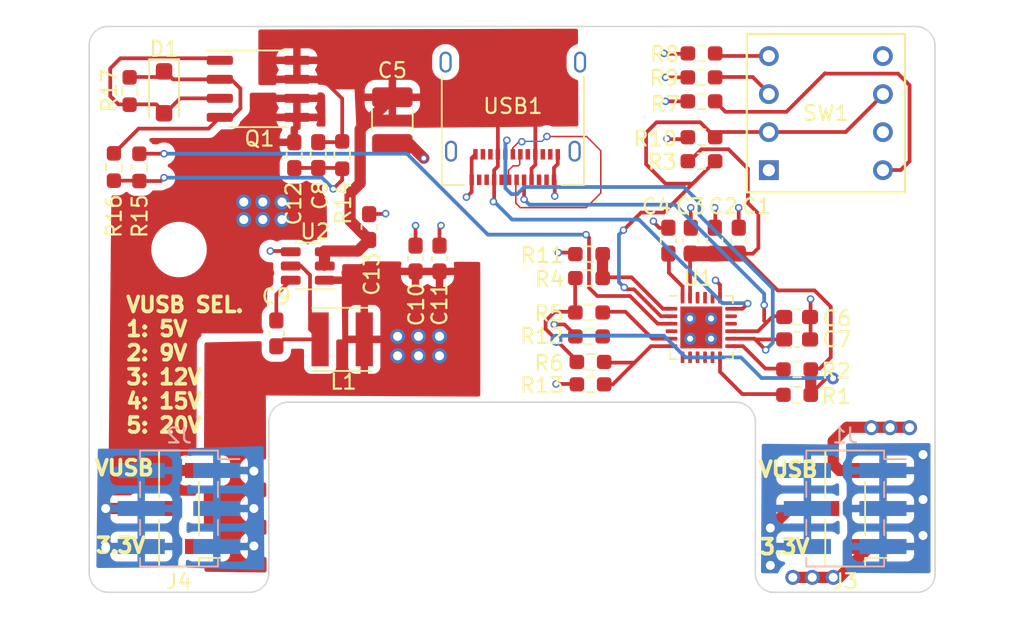
<source format=kicad_pcb>
(kicad_pcb (version 20221018) (generator pcbnew)
  (layers (0 "F.Cu" signal) (1 "In1.Cu" signal) (2 "In2.Cu" signal) (31 "B.Cu" signal) (34 "B.Paste" user) (35 "F.Paste" user) (36 "B.SilkS" user "B.Silkscreen") (37 "F.SilkS" user "F.Silkscreen") (38 "B.Mask" user) (39 "F.Mask" user) (44 "Edge.Cuts" user))
  (net 0 "")
  (net 1 "/RAIL_1")
  (net 2 "/RAIL_2")
  (net 3 "Net-(SW1-2)")
  (net 4 "Net-(SW1-3)")
  (net 5 "Net-(SW1-4)")
  (net 9 "/3V3")
  (net 12 "GND")
  (net 13 "/CC1")
  (net 14 "/CC2")
  (net 15 "/VCCD")
  (net 21 "Net-(C12-Pad1)")
  (net 22 "/DC_OUTPUT")
  (net 23 "VBUS")
  (net 27 "Net-(D1-K)")
  (net 28 "Net-(D1-A)")
  (net 29 "/HPI_SDA")
  (net 30 "/HPI_SCL")
  (net 31 "/VBUS_MIN")
  (net 32 "/ISNK_COARSE")
  (net 33 "/ISNK_FINE")
  (net 34 "/VBUS_FET_EN")
  (net 35 "/VBUS_MAX")
  (net 36 "/SAFE_PWR_EN")
  (net 37 "/HPI_INT")
  (net 38 "/GPIO_1")
  (net 39 "/FAULT")
  (net 40 "/FLIP")
  (net 41 "/VDC_OUT")
  (net 46 "/VSS")
  (net 47 "/D+")
  (net 48 "/D-")
  (net 49 "Net-(U2-SW)")
  (net 50 "Net-(U2-BST)")
  (net 51 "/3V3_OUT")
  (footprint "Capacitor_SMD:C_0603_1608Metric_Pad1.08x0.95mm_HandSolder" (layer "F.Cu") (at 99.4 116.5 90)
    (fp_text reference "C11")
    (fp_text value "22uF")
  )
  (footprint "Resistor_SMD:R_0603_1608Metric_Pad0.98x0.95mm_HandSolder" (layer "F.Cu") (at 109.4875 123.40625)
    (fp_text reference "R6")
    (fp_text value "5k")
  )
  (footprint "Resistor_SMD:R_0603_1608Metric_Pad0.98x0.95mm_HandSolder" (layer "F.Cu") (at 109.3875 120.10625)
    (fp_text reference "R5")
    (fp_text value "5k")
  )
  (footprint "Package_DFN_QFN:QFN-24-1EP_4x4mm_P0.5mm_EP2.8x2.8mm" (layer "F.Cu") (at 116.8875 121.10625)
    (fp_text reference "U1")
    (fp_text value "CYPD3177-24LQXQT")
  )
  (footprint "Resistor_SMD:R_0603_1608Metric_Pad0.98x0.95mm_HandSolder" (layer "F.Cu") (at 79.35 110.4125 90)
    (fp_text reference "R15")
    (fp_text value "1k")
  )
  (footprint "Package_TO_SOT_SMD:TSOT-23-6" (layer "F.Cu") (at 90.6 117 180)
    (fp_text reference "U2")
    (fp_text value "AP63203WU")
  )
  (footprint "MountingHole:MountingHole_3.2mm_M3" (layer "F.Cu") (at 82 115.9)
    (fp_text reference "H2" hide)
    (fp_text value "MountingHole")
  )
  (footprint "Resistor_SMD:R_0603_1608Metric_Pad0.98x0.95mm_HandSolder" (layer "F.Cu") (at 109.4875 124.90625 180)
    (fp_text reference "R13")
    (fp_text value "10k")
  )
  (footprint "Capacitor_SMD:C_0603_1608Metric_Pad1.08x0.95mm_HandSolder" (layer "F.Cu") (at 119.3875 115.30625 90)
    (fp_text reference "C1")
    (fp_text value "0.1uF")
  )
  (footprint "Resistor_SMD:R_0603_1608Metric_Pad0.98x0.95mm_HandSolder" (layer "F.Cu") (at 116.9 106)
    (fp_text reference "R7")
    (fp_text value "5k")
  )
  (footprint "Resistor_SMD:R_0603_1608Metric_Pad0.98x0.95mm_HandSolder" (layer "F.Cu") (at 116.9 104.4)
    (fp_text reference "R9")
    (fp_text value "1k")
  )
  (footprint "Capacitor_SMD:C_0603_1608Metric_Pad1.08x0.95mm_HandSolder" (layer "F.Cu") (at 114.6875 115.30625 90)
    (fp_text reference "C4")
    (fp_text value "C")
  )
  (footprint "Resistor_SMD:R_0603_1608Metric_Pad0.98x0.95mm_HandSolder" (layer "F.Cu") (at 78.7 105.3125 -90)
    (fp_text reference "R17")
    (fp_text value "49.9k")
  )
  (footprint "Capacitor_SMD:C_0603_1608Metric_Pad1.08x0.95mm_HandSolder" (layer "F.Cu") (at 91.3 109.59 -90)
    (fp_text reference "C8")
    (fp_text value "1uF")
  )
  (footprint "Connector_PinHeader_2.54mm:PinHeader_1x03_P2.54mm_Vertical_SMD_Pin1Left" (layer "F.Cu") (at 82 133.2 180)
    (fp_text reference "J4")
    (fp_text value "~")
  )
  (footprint "Resistor_SMD:R_0603_1608Metric_Pad0.98x0.95mm_HandSolder" (layer "F.Cu") (at 123.2875 123.90625 180)
    (fp_text reference "R2")
    (fp_text value "2K")
  )
  (footprint "Package_SO:SO-8_3.9x4.9mm_P1.27mm" (layer "F.Cu") (at 87.3 105.165)
    (fp_text reference "Q1")
    (fp_text value "IRF9358TRPBF")
  )
  (footprint "Capacitor_SMD:C_0603_1608Metric_Pad1.08x0.95mm_HandSolder" (layer "F.Cu") (at 117.7875 115.30625 90)
    (fp_text reference "C2")
    (fp_text value "0.1uF")
  )
  (footprint "Project footprints:SS-10-15SP-LE_NDC" (layer "F.Cu") (at 121.4 110.6)
    (fp_text reference "SW1")
    (fp_text value "SS-10-15SP-LE")
  )
  (footprint "Resistor_SMD:R_0603_1608Metric_Pad0.98x0.95mm_HandSolder" (layer "F.Cu") (at 116.9 108.4 180)
    (fp_text reference "R10")
    (fp_text value "DNP")
  )
  (footprint "Resistor_SMD:R_0603_1608Metric_Pad0.98x0.95mm_HandSolder" (layer "F.Cu") (at 109.3875 121.70625 180)
    (fp_text reference "R12")
    (fp_text value "10k")
  )
  (footprint "Capacitor_SMD:C_0603_1608Metric_Pad1.08x0.95mm_HandSolder" (layer "F.Cu") (at 94.7 114.4 -90)
    (fp_text reference "C13")
    (fp_text value "10uF")
  )
  (footprint "Inductor_SMD:L_Vishay_IFSC-1515AH_4x4x1.8mm" (layer "F.Cu") (at 92.9 121.9)
    (fp_text reference "L1")
    (fp_text value "4.7uH")
  )
  (footprint "Resistor_SMD:R_0603_1608Metric_Pad0.98x0.95mm_HandSolder" (layer "F.Cu") (at 77.65 110.3875 90)
    (fp_text reference "R16")
    (fp_text value "0")
  )
  (footprint "Capacitor_SMD:C_0603_1608Metric_Pad1.08x0.95mm_HandSolder" (layer "F.Cu") (at 88.5 121.5 90)
    (fp_text reference "C9")
    (fp_text value "0.1uF")
  )
  (footprint "Connector_PinHeader_2.54mm:PinHeader_1x03_P2.54mm_Vertical_SMD_Pin1Left" (layer "F.Cu") (at 126.5 133.2 180)
    (fp_text reference "J3")
    (fp_text value "~")
  )
  (footprint "Resistor_SMD:R_0603_1608Metric_Pad0.98x0.95mm_HandSolder" (layer "F.Cu") (at 123.2875 125.60625 180)
    (fp_text reference "R1")
    (fp_text value "2K")
  )
  (footprint "Capacitor_SMD:C_0603_1608Metric_Pad1.08x0.95mm_HandSolder" (layer "F.Cu") (at 123.2875 121.90625)
    (fp_text reference "C7")
    (fp_text value "390pF")
  )
  (footprint "Capacitor_SMD:C_0603_1608Metric_Pad1.08x0.95mm_HandSolder" (layer "F.Cu") (at 89.7 109.6 90)
    (fp_text reference "C12")
    (fp_text value "1uF")
  )
  (footprint "Resistor_SMD:R_0603_1608Metric_Pad0.98x0.95mm_HandSolder" (layer "F.Cu") (at 92.9 109.59 -90)
    (fp_text reference "R14")
    (fp_text value "10k")
  )
  (footprint "Capacitor_SMD:C_0603_1608Metric_Pad1.08x0.95mm_HandSolder" (layer "F.Cu") (at 123.2875 120.40625)
    (fp_text reference "C6")
    (fp_text value "390pF")
  )
  (footprint "Resistor_SMD:R_0603_1608Metric_Pad0.98x0.95mm_HandSolder" (layer "F.Cu") (at 109.3875 117.80625)
    (fp_text reference "R4")
    (fp_text value "DNP")
  )
  (footprint "Capacitor_SMD:C_1210_3225Metric_Pad1.33x2.70mm_HandSolder" (layer "F.Cu") (at 96.25 107.29 -90)
    (fp_text reference "C5")
    (fp_text value "3.3uF")
  )
  (footprint "Diode_SMD:D_SOD-123F" (layer "F.Cu") (at 81 105.4 -90)
    (fp_text reference "D1")
    (fp_text value "D_Zener")
  )
  (footprint "MountingHole:MountingHole_3.2mm_M3" (layer "F.Cu") (at 125.5 115.9)
    (fp_text reference "H1" hide)
    (fp_text value "MountingHole")
  )
  (footprint "Resistor_SMD:R_0603_1608Metric_Pad0.98x0.95mm_HandSolder" (layer "F.Cu") (at 116.9 110)
    (fp_text reference "R3")
    (fp_text value "5k")
  )
  (footprint "Connector_USB:USB_C_Receptacle_Amphenol_12401610E4-2A" (layer "F.Cu") (at 104.3 106.22 180)
    (fp_text reference "USB1")
    (fp_text value "USB_C_Receptacle")
  )
  (footprint "Resistor_SMD:R_0603_1608Metric_Pad0.98x0.95mm_HandSolder" (layer "F.Cu") (at 116.9 102.8)
    (fp_text reference "R8")
    (fp_text value "2.4k")
  )
  (footprint "Capacitor_SMD:C_0603_1608Metric_Pad1.08x0.95mm_HandSolder" (layer "F.Cu") (at 97.8 116.5 90)
    (fp_text reference "C10")
    (fp_text value "22uF")
  )
  (footprint "Resistor_SMD:R_0603_1608Metric_Pad0.98x0.95mm_HandSolder" (layer "F.Cu") (at 109.3875 116.20625 180)
    (fp_text reference "R11")
    (fp_text value "X")
  )
  (footprint "Capacitor_SMD:C_0603_1608Metric_Pad1.08x0.95mm_HandSolder" (layer "F.Cu") (at 116.1875 115.30625 90)
    (fp_text reference "C3")
    (fp_text value "1uF")
  )
  (footprint "Connector_PinHeader_2.54mm:PinHeader_2x03_P2.54mm_Vertical_SMD" (layer "B.Cu") (at 82 133.2 180)
    (fp_text reference "J2")
    (fp_text value "Conn_02x02_Counter_Clockwise")
  )
  (footprint "Connector_PinHeader_2.54mm:PinHeader_2x03_P2.54mm_Vertical_SMD" (layer "B.Cu") (at 126.5 133.2 180)
    (fp_text reference "J1")
    (fp_text value "Conn_02x02_Counter_Clockwise")
  )
  (gr_arc (start 119.2 126.1) (mid 120.116245 126.483754) (end 120.5 127.4) (stroke (width 0.1)) (layer "Edge.Cuts"))
  (gr_line (start 119.2 126.1) (end 89.3 126.1) (stroke (width 0.1)) (layer "Edge.Cuts"))
  (gr_arc (start 77.3 138.8) (mid 76.380762 138.419239) (end 76 137.5) (stroke (width 0.1)) (layer "Edge.Cuts"))
  (gr_line (start 120.5 137.5) (end 120.5 127.4) (stroke (width 0.1)) (layer "Edge.Cuts"))
  (gr_arc (start 88 127.4) (mid 88.380761 126.480762) (end 89.3 126.1) (stroke (width 0.1)) (layer "Edge.Cuts"))
  (gr_line (start 76 137.5) (end 76 102.3) (stroke (width 0.1)) (layer "Edge.Cuts"))
  (gr_line (start 132.5 102.3) (end 132.5 137.6) (stroke (width 0.1)) (layer "Edge.Cuts"))
  (gr_arc (start 132.5 137.6) (mid 132.148528 138.448528) (end 131.3 138.8) (stroke (width 0.1)) (layer "Edge.Cuts"))
  (gr_arc (start 121.7 138.8) (mid 120.830761 138.398528) (end 120.5 137.5) (stroke (width 0.1)) (layer "Edge.Cuts"))
  (gr_arc (start 76 102.3) (mid 76.330663 101.401382) (end 77.2 101) (stroke (width 0.1)) (layer "Edge.Cuts"))
  (gr_line (start 77.2 101) (end 131.2 101) (stroke (width 0.1)) (layer "Edge.Cuts"))
  (gr_arc (start 88 137.5) (mid 87.619239 138.419238) (end 86.7 138.8) (stroke (width 0.1)) (layer "Edge.Cuts"))
  (gr_arc (start 131.2 101) (mid 132.119238 101.380761) (end 132.5 102.3) (stroke (width 0.1)) (layer "Edge.Cuts"))
  (gr_line (start 131.3 138.8) (end 121.7 138.8) (stroke (width 0.1)) (layer "Edge.Cuts"))
  (gr_line (start 86.7 138.8) (end 77.3 138.8) (stroke (width 0.1)) (layer "Edge.Cuts"))
  (gr_line (start 88 127.4) (end 88 137.5) (stroke (width 0.1)) (layer "Edge.Cuts"))
  (gr_text "VUSB" (at 120.6 131.175) (layer "F.SilkS") (effects (font (size 1 1) (thickness 0.25) bold) (justify left bottom)))
  (gr_text "3.3V" (at 120.675 136.35) (layer "F.SilkS") (effects (font (size 1 1) (thickness 0.25) bold) (justify left bottom)))
  (gr_text "VUSB" (at 76.25 131.075) (layer "F.SilkS") (effects (font (size 1 1) (thickness 0.25) bold) (justify left bottom)))
  (gr_text "3.3V" (at 76.325 136.25) (layer "F.SilkS") (effects (font (size 1 1) (thickness 0.25) bold) (justify left bottom)))
  (gr_text_box "VUSB SEL.\n1: 5V\n2: 9V\n3: 12V\n4: 15V\n5: 20V" (start 77.6 118.25) (end 100.4 136.75) (layer "F.SilkS") (effects (font (size 1 1) (thickness 0.25) bold) (justify left top)))
  (segment (start 122.8 133.2) (end 121.475 134.525) (width 0.75) (layer "F.Cu") (net 1))
  (segment (start 121.475 134.525) (end 121.475 136.975) (width 0.75) (layer "F.Cu") (net 1))
  (segment (start 124.845 133.2) (end 122.8 133.2) (width 0.75) (layer "F.Cu") (net 1))
  (via (at 121.5 134.5) (size 1) (drill 0.6) (layers "F.Cu" "B.Cu") (net 1))
  (via (at 121.5 137) (size 1) (drill 0.6) (layers "F.Cu" "B.Cu") (net 1))
  (segment (start 77.05 133.3) (end 77.1 133.25) (width 0.75) (layer "F.Cu") (net 2))
  (segment (start 77.05 135.8) (end 77.05 133.3) (width 0.75) (layer "F.Cu") (net 2))
  (segment (start 80.395 133.2) (end 77.15 133.2) (width 0.75) (layer "F.Cu") (net 2))
  (segment (start 77.15 133.2) (end 77.1 133.25) (width 0.75) (layer "F.Cu") (net 2))
  (via (at 77.1 135.8) (size 1) (drill 0.6) (layers "F.Cu" "B.Cu") (net 2))
  (via (at 77.1 133.2) (size 1) (drill 0.6) (layers "F.Cu" "B.Cu") (net 2))
  (segment (start 117.775 104.375) (end 120.32 104.375) (width 0.25) (layer "F.Cu") (net 3))
  (segment (start 120.32 104.375) (end 121.455 105.51) (width 0.25) (layer "F.Cu") (net 3))
  (segment (start 121.455 102.97) (end 117.945 102.97) (width 0.25) (layer "F.Cu") (net 4))
  (segment (start 117.945 102.97) (end 117.775 102.8) (width 0.25) (layer "F.Cu") (net 4))
  (segment (start 125.15 104.125) (end 125.175 104.15) (width 0.25) (layer "F.Cu") (net 5))
  (segment (start 117.775 105.975) (end 118.5 106.7) (width 0.25) (layer "F.Cu") (net 5))
  (segment (start 118.5 106.7) (end 122.575 106.7) (width 0.25) (layer "F.Cu") (net 5))
  (segment (start 122.575 106.7) (end 125.15 104.125) (width 0.25) (layer "F.Cu") (net 5))
  (segment (start 130.8 104.925) (end 130.8 110) (width 0.25) (layer "F.Cu") (net 5))
  (segment (start 130.025 104.15) (end 130.8 104.925) (width 0.25) (layer "F.Cu") (net 5))
  (segment (start 130.21 110.59) (end 129.075 110.59) (width 0.25) (layer "F.Cu") (net 5))
  (segment (start 130.8 110) (end 130.21 110.59) (width 0.25) (layer "F.Cu") (net 5))
  (segment (start 125.175 104.15) (end 130.025 104.15) (width 0.25) (layer "F.Cu") (net 5))
  (segment (start 119.5375 116.18125) (end 121.9875 118.63125) (width 0.25) (layer "F.Cu") (net 9))
  (segment (start 119.425 116.18125) (end 119.5375 116.18125) (width 0.25) (layer "F.Cu") (net 9))
  (segment (start 116.1375 116.21875) (end 116.1375 119.16875) (width 0.25) (layer "F.Cu") (net 9))
  (segment (start 107.2125 121.96875) (end 108.6 123.35625) (width 0.25) (layer "F.Cu") (net 9))
  (segment (start 116.1875 116.16875) (end 116.1375 116.21875) (width 0.25) (layer "F.Cu") (net 9))
  (segment (start 125.5375 123.10625) (end 124.7875 123.85625) (width 0.25) (layer "F.Cu") (net 9))
  (segment (start 108.4625 120.01875) (end 108.5 120.05625) (width 0.25) (layer "F.Cu") (net 9))
  (segment (start 120 112.8) (end 120.7 113.5) (width 0.25) (layer "F.Cu") (net 9))
  (segment (start 120.7 113.5) (end 120.7 115.8) (width 0.25) (layer "F.Cu") (net 9))
  (segment (start 120.7 115.8) (end 120.31875 116.18125) (width 0.25) (layer "F.Cu") (net 9))
  (segment (start 121.9875 118.63125) (end 124.450673 118.63125) (width 0.25) (layer "F.Cu") (net 9))
  (segment (start 107.2125 121.93125) (end 107.2125 121.96875) (width 0.25) (layer "F.Cu") (net 9))
  (segment (start 120.31875 116.18125) (end 119.425 116.18125) (width 0.25) (layer "F.Cu") (net 9))
  (segment (start 120 110.5) (end 120 112.8) (width 0.25) (layer "F.Cu") (net 9))
  (segment (start 125.2625 124.48125) (end 124.1875 125.55625) (width 0.25) (layer "F.Cu") (net 9))
  (segment (start 106.4875 120.668077) (end 107.099327 120.05625) (width 0.25) (layer "F.Cu") (net 9))
  (segment (start 107.099327 120.05625) (end 108.5 120.05625) (width 0.25) (layer "F.Cu") (net 9))
  (segment (start 124.450673 118.63125) (end 125.5375 119.718077) (width 0.25) (layer "F.Cu") (net 9))
  (segment (start 119.425 116.18125) (end 116.2 116.18125) (width 1) (layer "F.Cu") (net 9))
  (segment (start 116.9 109.2) (end 118.7 109.2) (width 0.25) (layer "F.Cu") (net 9))
  (segment (start 124.2 125.54375) (end 124.1875 125.55625) (width 0.75) (layer "F.Cu") (net 9))
  (segment (start 116.1 110) (end 116.9 109.2) (width 0.25) (layer "F.Cu") (net 9))
  (segment (start 108.4625 117.75625) (end 108.4625 120.01875) (width 0.25) (layer "F.Cu") (net 9))
  (segment (start 116.2 116.18125) (end 116.1875 116.16875) (width 1) (layer "F.Cu") (net 9))
  (segment (start 118.7 109.2) (end 120 110.5) (width 0.25) (layer "F.Cu") (net 9))
  (segment (start 124.2 123.85625) (end 124.2 125.54375) (width 0.75) (layer "F.Cu") (net 9))
  (segment (start 125.5375 119.718077) (end 125.5375 123.10625) (width 0.25) (layer "F.Cu") (net 9))
  (segment (start 124.7875 123.85625) (end 124.2 123.85625) (width 0.25) (layer "F.Cu") (net 9))
  (segment (start 115.9875 110) (end 116.1 110) (width 0.25) (layer "F.Cu") (net 9))
  (segment (start 106.4875 121.20625) (end 106.4875 120.668077) (width 0.25) (layer "F.Cu") (net 9))
  (segment (start 125.6375 124.48125) (end 125.2625 124.48125) (width 0.25) (layer "F.Cu") (net 9))
  (segment (start 107.2125 121.93125) (end 106.4875 121.20625) (width 0.25) (layer "F.Cu") (net 9))
  (via (at 125.6875 124.50625) (size 0.8) (drill 0.4) (layers "F.Cu" "B.Cu") (net 9))
  (via (at 107.2125 121.93125) (size 0.8) (drill 0.4) (layers "F.Cu" "B.Cu") (net 9))
  (segment (start 120.9125 124.48125) (end 119.5375 123.10625) (width 0.25) (layer "B.Cu") (net 9))
  (segment (start 125.6375 124.48125) (end 120.9125 124.48125) (width 0.25) (layer "B.Cu") (net 9))
  (segment (start 107.4875 121.65625) (end 107.2125 121.93125) (width 0.25) (layer "B.Cu") (net 9))
  (segment (start 119.5375 123.10625) (end 115.8375 123.10625) (width 0.25) (layer "B.Cu") (net 9))
  (segment (start 114.3875 121.65625) (end 107.4875 121.65625) (width 0.25) (layer "B.Cu") (net 9))
  (segment (start 115.8375 123.10625) (end 114.3875 121.65625) (width 0.25) (layer "B.Cu") (net 9))
  (segment (start 119.3875 113.10625) (end 119.3875 114.41875) (width 0.25) (layer "F.Cu") (net 12))
  (segment (start 124.1875 120.35625) (end 124.1875 119.23125) (width 0.25) (layer "F.Cu") (net 12))
  (segment (start 107.05 110.44) (end 107.3 110.19) (width 0.25) (layer "F.Cu") (net 12))
  (segment (start 107.05 111.24) (end 107.05 110.44) (width 0.25) (layer "F.Cu") (net 12))
  (segment (start 101.55 109.79) (end 101.55 112.05) (width 0.25) (layer "F.Cu") (net 12))
  (segment (start 107.75 120.90625) (end 108.5 121.65625) (width 0.25) (layer "F.Cu") (net 12))
  (segment (start 114.5 106) (end 115.925 106) (width 0.25) (layer "F.Cu") (net 12))
  (segment (start 99.4 114.375) (end 99.45 114.325) (width 0.25) (layer "F.Cu") (net 12))
  (segment (start 115.925 106) (end 115.95 105.975) (width 0.25) (layer "F.Cu") (net 12))
  (segment (start 114.55 104.4) (end 115.925 104.4) (width 0.25) (layer "F.Cu") (net 12))
  (segment (start 107.1 111.29) (end 107.05 111.24) (width 0.25) (layer "F.Cu") (net 12))
  (segment (start 97.4 108.85) (end 98.35 109.8) (width 0.75) (layer "F.Cu") (net 12))
  (segment (start 124.1875 119.23125) (end 124.2125 119.20625) (width 0.25) (layer "F.Cu") (net 12))
  (segment (start 114.0875 114.45625) (end 114.725 114.45625) (width 0.25) (layer "F.Cu") (net 12))
  (segment (start 107.1 112.33175) (end 107.1 111.29) (width 0.25) (layer "F.Cu") (net 12))
  (segment (start 96.25 108.85) (end 97.4 108.85) (width 0.75) (layer "F.Cu") (net 12))
  (segment (start 117.8375 117.95625) (end 118.1375 118.25625) (width 0.25) (layer "F.Cu") (net 12))
  (segment (start 108.525 124.88125) (end 108.6 124.95625) (width 0.25) (layer "F.Cu") (net 12))
  (segment (start 116.1875 113.10625) (end 116.1875 114.45625) (width 0.25) (layer "F.Cu") (net 12))
  (segment (start 99.4 115.6125) (end 99.4 114.375) (width 0.25) (layer "F.Cu") (net 12))
  (segment (start 118.1375 118.25625) (end 118.1375 119.16875) (width 0.25) (layer "F.Cu") (net 12))
  (segment (start 107.3375 116.10625) (end 108.4125 116.10625) (width 0.25) (layer "F.Cu") (net 12))
  (segment (start 117.825 113.14375) (end 117.7625 113.08125) (width 0.25) (layer "F.Cu") (net 12))
  (segment (start 107.3 110.19) (end 107.3 109.54) (width 0.25) (layer "F.Cu") (net 12))
  (segment (start 114.6 108.525) (end 115.85 108.525) (width 0.25) (layer "F.Cu") (net 12))
  (segment (start 88.1 116) (end 89.4375 116) (width 0.25) (layer "F.Cu") (net 12))
  (segment (start 97.8 114.3) (end 97.8 115.5875) (width 0.25) (layer "F.Cu") (net 12))
  (segment (start 115.925 102.825) (end 115.95 102.8) (width 0.25) (layer "F.Cu") (net 12))
  (segment (start 95.825 113.525) (end 94.7 113.525) (width 0.25) (layer "F.Cu") (net 12))
  (segment (start 117.825 114.45625) (end 117.825 113.14375) (width 0.25) (layer "F.Cu") (net 12))
  (segment (start 114.425 102.825) (end 115.925 102.825) (width 0.25) (layer "F.Cu") (net 12))
  (segment (start 101.55 112.05) (end 101.2 112.4) (width 0.25) (layer "F.Cu") (net 12))
  (segment (start 107.1875 124.88125) (end 108.525 124.88125) (width 0.25) (layer "F.Cu") (net 12))
  (segment (start 115.925 104.4) (end 115.95 104.375) (width 0.25) (layer "F.Cu") (net 12))
  (segment (start 115.85 108.525) (end 115.95 108.425) (width 0.25) (layer "F.Cu") (net 12))
  (segment (start 101.8 109.54) (end 101.55 109.79) (width 0.25) (layer "F.Cu") (net 12))
  (segment (start 107.0625 120.90625) (end 107.75 120.90625) (width 0.25) (layer "F.Cu") (net 12))
  (segment (start 113.6625 114.03125) (end 114.0875 114.45625) (width 0.25) (layer "F.Cu") (net 12))
  (segment (start 124.1875 120.35625) (end 124.1875 121.95625) (width 0.25) (layer "F.Cu") (net 12))
  (via (at 87 133.2) (size 1) (drill 0.6) (layers "F.Cu" "B.Cu") (net 12))
  (via (at 131.7 135) (size 1) (drill 0.6) (layers "F.Cu" "B.Cu") (net 12))
  (via (at 116.1375 120.50625) (size 0.8) (drill 0.4) (layers "F.Cu" "B.Cu") (net 12))
  (via (at 87 130.7) (size 1) (drill 0.6) (layers "F.Cu" "B.Cu") (net 12))
  (via (at 131.7 132.6) (size 1) (drill 0.6) (layers "F.Cu" "B.Cu") (net 12))
  (via (at 107.0625 120.90625) (size 0.5) (drill 0.3) (layers "F.Cu" "B.Cu") (net 12))
  (via (at 114.5 104.4) (size 0.5) (drill 0.3) (layers "F.Cu" "B.Cu") (net 12))
  (via (at 117.8375 117.95625) (size 0.5) (drill 0.3) (layers "F.Cu" "B.Cu") (net 12))
  (via (at 98.35 109.8) (size 0.5) (drill 0.3) (layers "F.Cu" "B.Cu") (net 12))
  (via (at 95.8 113.5) (size 0.5) (drill 0.3) (layers "F.Cu" "B.Cu") (net 12))
  (via (at 114.4 102.8) (size 0.5) (drill 0.3) (layers "F.Cu" "B.Cu") (net 12))
  (via (at 119.3875 113.10625) (size 0.5) (drill 0.3) (layers "F.Cu" "B.Cu") (net 12))
  (via (at 117.7875 113.10625) (size 0.5) (drill 0.3) (layers "F.Cu" "B.Cu") (net 12))
  (via (at 117.5375 120.50625) (size 0.8) (drill 0.4) (layers "F.Cu" "B.Cu") (net 12))
  (via (at 114.6 108.5) (size 0.5) (drill 0.3) (layers "F.Cu" "B.Cu") (net 12))
  (via (at 131.7 129.6) (size 1) (drill 0.6) (layers "F.Cu" "B.Cu") (net 12))
  (via (at 97.8 114.3) (size 0.5) (drill 0.3) (layers "F.Cu" "B.Cu") (net 12))
  (via (at 117.5375 121.85625) (size 0.8) (drill 0.4) (layers "F.Cu" "B.Cu") (net 12))
  (via (at 88.1 116) (size 0.5) (drill 0.3) (layers "F.Cu" "B.Cu") (net 12))
  (via (at 99.5 114.3) (size 0.5) (drill 0.3) (layers "F.Cu" "B.Cu") (net 12))
  (via (at 116.1375 121.85625) (size 0.8) (drill 0.4) (layers "F.Cu" "B.Cu") (net 12))
  (via (at 107.1 112.33175) (size 0.5) (drill 0.3) (layers "F.Cu" "B.Cu") (net 12))
  (via (at 124.1875 119.20625) (size 0.5) (drill 0.3) (layers "F.Cu" "B.Cu") (net 12))
  (via (at 101.2 112.4) (size 0.5) (drill 0.3) (layers "F.Cu" "B.Cu") (net 12))
  (via (at 107.1875 124.88125) (size 0.5) (drill 0.3) (layers "F.Cu" "B.Cu") (net 12))
  (via (at 116.1875 113.10625) (size 0.5) (drill 0.3) (layers "F.Cu" "B.Cu") (net 12))
  (via (at 107.3375 116.10625) (size 0.5) (drill 0.3) (layers "F.Cu" "B.Cu") (net 12))
  (via (at 114.5 106) (size 0.5) (drill 0.3) (layers "F.Cu" "B.Cu") (net 12))
  (via (at 113.6875 114.00625) (size 0.5) (drill 0.3) (layers "F.Cu" "B.Cu") (net 12))
  (via (at 87 135.7) (size 1) (drill 0.6) (layers "F.Cu" "B.Cu") (net 12))
  (segment (start 121.087 119.55625) (end 121.087 120.65575) (width 0.25) (layer "F.Cu") (net 13))
  (segment (start 121.675 120.35625) (end 122.4625 120.35625) (width 0.25) (layer "F.Cu") (net 13))
  (segment (start 121.087 120.65575) (end 121.23125 120.8) (width 0.25) (layer "F.Cu") (net 13))
  (segment (start 121.23125 120.8) (end 121.675 120.35625) (width 0.25) (layer "F.Cu") (net 13))
  (segment (start 105.05 111.24) (end 105.05 112.55) (width 0.25) (layer "F.Cu") (net 13))
  (segment (start 120.675 121.35625) (end 121.23125 120.8) (width 0.25) (layer "F.Cu") (net 13))
  (segment (start 118.925 121.35625) (end 120.675 121.35625) (width 0.25) (layer "F.Cu") (net 13))
  (via (at 121.0875 119.60625) (size 0.5) (drill 0.3) (layers "F.Cu" "B.Cu") (net 13))
  (via (at 105.05 112.55) (size 0.5) (drill 0.3) (layers "F.Cu" "B.Cu") (net 13))
  (segment (start 105.40625 112.90625) (end 115.1375 112.90625) (width 0.25) (layer "B.Cu") (net 13))
  (segment (start 121.087 118.85575) (end 121.087 119.55625) (width 0.25) (layer "B.Cu") (net 13))
  (segment (start 115.1375 112.90625) (end 121.087 118.85575) (width 0.25) (layer "B.Cu") (net 13))
  (segment (start 105.05 112.55) (end 105.40625 112.90625) (width 0.25) (layer "B.Cu") (net 13))
  (segment (start 120.4875 121.90625) (end 122.425 121.90625) (width 0.25) (layer "F.Cu") (net 14))
  (segment (start 103.8 108.7) (end 103.8 109.54) (width 0.25) (layer "F.Cu") (net 14))
  (segment (start 120.4375 121.85625) (end 120.4875 121.90625) (width 0.25) (layer "F.Cu") (net 14))
  (segment (start 103.9 108.6) (end 103.8 108.7) (width 0.25) (layer "F.Cu") (net 14))
  (segment (start 120.4375 121.85625) (end 121.1375 122.55625) (width 0.25) (layer "F.Cu") (net 14))
  (segment (start 118.875 121.85625) (end 120.4375 121.85625) (width 0.25) (layer "F.Cu") (net 14))
  (via (at 121.1875 122.60625) (size 0.5) (drill 0.3) (layers "F.Cu" "B.Cu") (net 14))
  (via (at 103.9 108.6) (size 0.5) (drill 0.3) (layers "F.Cu" "B.Cu") (net 14))
  (segment (start 103.8 108.7) (end 103.8 111.8) (width 0.25) (layer "B.Cu") (net 14))
  (segment (start 105.061827 111.725) (end 115.725 111.725) (width 0.25) (layer "B.Cu") (net 14))
  (segment (start 121.6625 118.503462) (end 121.6625 122.13125) (width 0.25) (layer "B.Cu") (net 14))
  (segment (start 115.725 111.725) (end 116.7625 112.7625) (width 0.25) (layer "B.Cu") (net 14))
  (segment (start 104.2 112.2) (end 104.586827 112.2) (width 0.25) (layer "B.Cu") (net 14))
  (segment (start 103.8 111.8) (end 104.2 112.2) (width 0.25) (layer "B.Cu") (net 14))
  (segment (start 104.586827 112.2) (end 105.061827 111.725) (width 0.25) (layer "B.Cu") (net 14))
  (segment (start 103.9 108.6) (end 103.8 108.7) (width 0.25) (layer "B.Cu") (net 14))
  (segment (start 116.7625 113.603462) (end 121.6625 118.503462) (width 0.25) (layer "B.Cu") (net 14))
  (segment (start 116.7625 112.7625) (end 116.7625 113.603462) (width 0.25) (layer "B.Cu") (net 14))
  (segment (start 121.6625 122.13125) (end 121.1875 122.60625) (width 0.25) (layer "B.Cu") (net 14))
  (segment (start 114.725 117.45625) (end 114.725 116.18125) (width 0.25) (layer "F.Cu") (net 15))
  (segment (start 115.6375 118.36875) (end 114.725 117.45625) (width 0.25) (layer "F.Cu") (net 15))
  (segment (start 115.6375 119.16875) (end 115.6375 118.36875) (width 0.25) (layer "F.Cu") (net 15))
  (segment (start 92.3 111.85) (end 92.9 111.25) (width 0.25) (layer "F.Cu") (net 21))
  (segment (start 79.325 111.3) (end 79.35 111.325) (width 0.25) (layer "F.Cu") (net 21))
  (segment (start 91.325 110.45) (end 92.85 110.45) (width 0.25) (layer "F.Cu") (net 21))
  (segment (start 92.9 111.25) (end 92.9 110.5) (width 0.25) (layer "F.Cu") (net 21))
  (segment (start 77.65 111.3) (end 79.325 111.3) (width 0.25) (layer "F.Cu") (net 21))
  (segment (start 80.775 111.325) (end 79.35 111.325) (width 0.25) (layer "F.Cu") (net 21))
  (segment (start 89.725 110.45) (end 91.325 110.45) (width 0.25) (layer "F.Cu") (net 21))
  (segment (start 81 111.1) (end 80.775 111.325) (width 0.25) (layer "F.Cu") (net 21))
  (segment (start 92.85 110.45) (end 92.9 110.5) (width 0.25) (layer "F.Cu") (net 21))
  (via (at 92.3 111.85) (size 0.5) (drill 0.3) (layers "F.Cu" "B.Cu") (net 21))
  (via (at 81 111.1) (size 0.5) (drill 0.3) (layers "F.Cu" "B.Cu") (net 21))
  (segment (start 91.55 111.1) (end 92.3 111.85) (width 0.25) (layer "B.Cu") (net 21))
  (segment (start 81 111.1) (end 91.55 111.1) (width 0.25) (layer "B.Cu") (net 21))
  (segment (start 130.8 127.775) (end 128.25 127.775) (width 0.75) (layer "F.Cu") (net 22))
  (segment (start 81.01 130.66) (end 78.7 128.35) (width 0.75) (layer "F.Cu") (net 22))
  (segment (start 125.7 130.25) (end 126.11 130.66) (width 0.75) (layer "F.Cu") (net 22))
  (segment (start 89.65 107.295) (end 89.875 107.07) (width 0.25) (layer "F.Cu") (net 22))
  (segment (start 128.25 127.775) (end 126.625 127.775) (width 0.75) (layer "F.Cu") (net 22))
  (segment (start 125.7 128.7) (end 125.7 130.25) (width 0.75) (layer "F.Cu") (net 22))
  (segment (start 126.625 127.775) (end 125.7 128.7) (width 0.75) (layer "F.Cu") (net 22))
  (segment (start 83.705 130.66) (end 81.01 130.66) (width 0.75) (layer "F.Cu") (net 22))
  (segment (start 126.11 130.66) (end 128.155 130.66) (width 0.75) (layer "F.Cu") (net 22))
  (via (at 88.875 113.9) (size 1) (drill 0.6) (layers "F.Cu" "B.Cu") (net 22))
  (via (at 87.6 113.9) (size 1) (drill 0.6) (layers "F.Cu" "B.Cu") (net 22))
  (via (at 87.6 112.725) (size 1) (drill 0.6) (layers "F.Cu" "B.Cu") (net 22))
  (via (at 86.325 113.9) (size 1) (drill 0.6) (layers "F.Cu" "B.Cu") (net 22))
  (via (at 86.325 112.725) (size 1) (drill 0.6) (layers "F.Cu" "B.Cu") (net 22))
  (via (at 128.25 127.8) (size 1) (drill 0.6) (layers "F.Cu" "B.Cu") (net 22))
  (via (at 130.8 127.8) (size 1) (drill 0.6) (layers "F.Cu" "B.Cu") (net 22))
  (via (at 129.5 127.8) (size 1) (drill 0.6) (layers "F.Cu" "B.Cu") (net 22))
  (via (at 88.875 112.725) (size 1) (drill 0.6) (layers "F.Cu" "B.Cu") (net 22))
  (segment (start 91.7125 116.95) (end 91.7125 116) (width 0.75) (layer "F.Cu") (net 23))
  (segment (start 94.1 107.875) (end 96.25 105.725) (width 0.75) (layer "F.Cu") (net 23))
  (segment (start 92.85 108.725) (end 92.9 108.675) (width 0.25) (layer "F.Cu") (net 23))
  (segment (start 93.425 112.15) (end 94.1 111.475) (width 0.75) (layer "F.Cu") (net 23))
  (segment (start 105.55 110.49) (end 105.55 111.24) (width 0.25) (layer "F.Cu") (net 23))
  (segment (start 93.425 113.975) (end 93.425 112.15) (width 0.75) (layer "F.Cu") (net 23))
  (segment (start 91.325 108.725) (end 92.85 108.725) (width 0.25) (layer "F.Cu") (net 23))
  (segment (start 94.1 111.475) (end 94.1 107.875) (width 0.75) (layer "F.Cu") (net 23))
  (segment (start 105.8 109.54) (end 105.8 110.24) (width 0.25) (layer "F.Cu") (net 23))
  (segment (start 105.8 110.24) (end 105.55 110.49) (width 0.25) (layer "F.Cu") (net 23))
  (segment (start 92.9 105.825) (end 91.605 104.53) (width 0.25) (layer "F.Cu") (net 23))
  (segment (start 103.05 111.24) (end 103.05 110.59) (width 0.25) (layer "F.Cu") (net 23))
  (segment (start 103.05 110.59) (end 103.3 110.34) (width 0.25) (layer "F.Cu") (net 23))
  (segment (start 103.3 106.875) (end 102.65 106.225) (width 0.25) (layer "F.Cu") (net 23))
  (segment (start 103.05 111.24) (end 103.05 112.65) (width 0.25) (layer "F.Cu") (net 23))
  (segment (start 103.3 109.54) (end 103.3 106.875) (width 0.25) (layer "F.Cu") (net 23))
  (segment (start 94.7 115.25) (end 93.425 113.975) (width 0.75) (layer "F.Cu") (net 23))
  (segment (start 103.05 112.65) (end 103 112.7) (width 0.25) (layer "F.Cu") (net 23))
  (segment (start 91.605 104.53) (end 89.875 104.53) (width 0.25) (layer "F.Cu") (net 23))
  (segment (start 105.8 109.54) (end 105.8 106.75) (width 0.25) (layer "F.Cu") (net 23))
  (segment (start 119.6375 119.85625) (end 118.925 119.85625) (width 0.25) (layer "F.Cu") (net 23))
  (segment (start 91.7125 116) (end 93.95 116) (width 0.75) (layer "F.Cu") (net 23))
  (segment (start 93.95 116) (end 94.7 115.25) (width 0.75) (layer "F.Cu") (net 23))
  (segment (start 105.8 106.75) (end 105.375 106.325) (width 0.25) (layer "F.Cu") (net 23))
  (segment (start 119.9875 119.50625) (end 119.6375 119.85625) (width 0.25) (layer "F.Cu") (net 23))
  (segment (start 92.9 108.675) (end 92.9 105.825) (width 0.25) (layer "F.Cu") (net 23))
  (segment (start 103.3 110.34) (end 103.3 109.54) (width 0.25) (layer "F.Cu") (net 23))
  (via (at 119.9875 119.50625) (size 0.5) (drill 0.3) (layers "F.Cu" "B.Cu") (net 23))
  (via (at 103 112.7) (size 0.5) (drill 0.3) (layers "F.Cu" "B.Cu") (net 23))
  (segment (start 103.05 112.7) (end 103.075 112.725) (width 0.25) (layer "B.Cu") (net 23))
  (segment (start 103.075 112.725) (end 103.075 112.7) (width 0.25) (layer "B.Cu") (net 23))
  (segment (start 103.075 112.7) (end 103.05 112.7) (width 0.25) (layer "B.Cu") (net 23))
  (segment (start 104.25 113.9) (end 103.075 112.725) (width 0.25) (layer "B.Cu") (net 23))
  (segment (start 112.718077 113.9) (end 104.25 113.9) (width 0.25) (layer "B.Cu") (net 23))
  (segment (start 118.299327 119.48125) (end 112.718077 113.9) (width 0.25) (layer "B.Cu") (net 23))
  (segment (start 119.938 119.48125) (end 118.299327 119.48125) (width 0.25) (layer "B.Cu") (net 23))
  (segment (start 80.7 104.375) (end 78.675 104.375) (width 0.25) (layer "F.Cu") (net 27))
  (segment (start 77.65 109.475) (end 79.3 107.825) (width 0.25) (layer "F.Cu") (net 27))
  (segment (start 84.725 104.53) (end 85.48 104.53) (width 0.25) (layer "F.Cu") (net 27))
  (segment (start 81.075 104) (end 80.7 104.375) (width 0.25) (layer "F.Cu") (net 27))
  (segment (start 81.605 104.53) (end 81.075 104) (width 0.25) (layer "F.Cu") (net 27))
  (segment (start 84.725 104.53) (end 81.605 104.53) (width 0.25) (layer "F.Cu") (net 27))
  (segment (start 85.505 107.07) (end 84.725 107.07) (width 0.25) (layer "F.Cu") (net 27))
  (segment (start 86.1 105.15) (end 86.1 106.475) (width 0.25) (layer "F.Cu") (net 27))
  (segment (start 86.1 106.475) (end 85.505 107.07) (width 0.25) (layer "F.Cu") (net 27))
  (segment (start 85.48 104.53) (end 86.1 105.15) (width 0.25) (layer "F.Cu") (net 27))
  (segment (start 79.3 107.825) (end 83.97 107.825) (width 0.25) (layer "F.Cu") (net 27))
  (segment (start 83.97 107.825) (end 84.725 107.07) (width 0.25) (layer "F.Cu") (net 27))
  (segment (start 81.075 106.8) (end 82.075 105.8) (width 0.25) (layer "F.Cu") (net 28))
  (segment (start 77.40625 103.80125) (end 77.40625 105.65125) (width 0.25) (layer "F.Cu") (net 28))
  (segment (start 78.675 106.2) (end 80.475 106.2) (width 0.25) (layer "F.Cu") (net 28))
  (segment (start 78.0825 103.125) (end 77.40625 103.80125) (width 0.25) (layer "F.Cu") (net 28))
  (segment (start 84.725 103.26) (end 84.59 103.125) (width 0.25) (layer "F.Cu") (net 28))
  (segment (start 84.59 103.125) (end 78.0825 103.125) (width 0.25) (layer "F.Cu") (net 28))
  (segment (start 77.40625 105.65125) (end 77.955 106.2) (width 0.25) (layer "F.Cu") (net 28))
  (segment (start 77.955 106.2) (end 78.675 106.2) (width 0.25) (layer "F.Cu") (net 28))
  (segment (start 82.075 105.8) (end 84.725 105.8) (width 0.25) (layer "F.Cu") (net 28))
  (segment (start 80.475 106.2) (end 81.075 106.8) (width 0.25) (layer "F.Cu") (net 28))
  (segment (start 119.625 125.55625) (end 122.3625 125.55625) (width 0.25) (layer "F.Cu") (net 29))
  (segment (start 118.1375 123.14375) (end 118.1375 124.06875) (width 0.25) (layer "F.Cu") (net 29))
  (segment (start 118.1375 124.06875) (end 119.625 125.55625) (width 0.25) (layer "F.Cu") (net 29))
  (segment (start 119.675 122.35625) (end 121.175 123.85625) (width 0.25) (layer "F.Cu") (net 30))
  (segment (start 121.175 123.85625) (end 122.375 123.85625) (width 0.25) (layer "F.Cu") (net 30))
  (segment (start 118.925 122.35625) (end 119.675 122.35625) (width 0.25) (layer "F.Cu") (net 30))
  (segment (start 112.225 117.75625) (end 110.2875 117.75625) (width 0.25) (layer "F.Cu") (net 31))
  (segment (start 114.85 119.85625) (end 114.325 119.85625) (width 0.25) (layer "F.Cu") (net 31))
  (segment (start 114.325 119.85625) (end 112.225 117.75625) (width 0.25) (layer "F.Cu") (net 31))
  (segment (start 110.2875 117.75625) (end 110.2875 116.15625) (width 0.75) (layer "F.Cu") (net 31))
  (segment (start 113.425 121.65625) (end 113.525 121.75625) (width 0.25) (layer "F.Cu") (net 32))
  (segment (start 110.325 121.65625) (end 113.425 121.65625) (width 0.25) (layer "F.Cu") (net 32))
  (segment (start 110.325 120.05625) (end 111.825 120.05625) (width 0.25) (layer "F.Cu") (net 32))
  (segment (start 111.825 120.05625) (end 113.525 121.75625) (width 0.25) (layer "F.Cu") (net 32))
  (segment (start 113.525 121.75625) (end 113.625 121.85625) (width 0.25) (layer "F.Cu") (net 32))
  (segment (start 113.625 121.85625) (end 114.85 121.85625) (width 0.25) (layer "F.Cu") (net 32))
  (segment (start 110.4 124.90625) (end 110.975 124.90625) (width 0.25) (layer "F.Cu") (net 33))
  (segment (start 113.525 122.35625) (end 112.425 123.45625) (width 0.25) (layer "F.Cu") (net 33))
  (segment (start 114.9 122.35625) (end 113.525 122.35625) (width 0.25) (layer "F.Cu") (net 33))
  (segment (start 112.425 123.45625) (end 110.525 123.45625) (width 0.25) (layer "F.Cu") (net 33))
  (segment (start 110.525 123.45625) (end 110.425 123.35625) (width 0.25) (layer "F.Cu") (net 33))
  (segment (start 110.975 124.90625) (end 112.425 123.45625) (width 0.25) (layer "F.Cu") (net 33))
  (segment (start 109.9375 119.00625) (end 112.125 119.00625) (width 0.25) (layer "F.Cu") (net 34))
  (segment (start 109.3875 115.10625) (end 109.3875 118.45625) (width 0.25) (layer "F.Cu") (net 34))
  (segment (start 81 109.5) (end 79.35 109.5) (width 0.25) (layer "F.Cu") (net 34))
  (segment (start 109.1875 114.90625) (end 109.3875 115.10625) (width 0.25) (layer "F.Cu") (net 34))
  (segment (start 109.3875 118.45625) (end 109.9375 119.00625) (width 0.25) (layer "F.Cu") (net 34))
  (segment (start 112.125 119.00625) (end 113.975 120.85625) (width 0.25) (layer "F.Cu") (net 34))
  (segment (start 113.975 120.85625) (end 114.85 120.85625) (width 0.25) (layer "F.Cu") (net 34))
  (via (at 109.1875 114.90625) (size 0.5) (drill 0.3) (layers "F.Cu" "B.Cu") (net 34))
  (via (at 81 109.5) (size 0.5) (drill 0.3) (layers "F.Cu" "B.Cu") (net 34))
  (segment (start 81 109.5) (end 97.225 109.5) (width 0.25) (layer "B.Cu") (net 34))
  (segment (start 102.63125 114.90625) (end 109.1875 114.90625) (width 0.25) (layer "B.Cu") (net 34))
  (segment (start 97.225 109.5) (end 102.63125 114.90625) (width 0.25) (layer "B.Cu") (net 34))
  (segment (start 112.8625 113.43125) (end 114.38125 113.43125) (width 0.25) (layer "F.Cu") (net 35))
  (segment (start 113.2 108.1) (end 113.2 110.2) (width 0.25) (layer "F.Cu") (net 35))
  (segment (start 114.5 111.5) (end 116.3125 111.5) (width 0.25) (layer "F.Cu") (net 35))
  (segment (start 114.188604 120.35625) (end 114.85 120.35625) (width 0.25) (layer "F.Cu") (net 35))
  (segment (start 116.8125 107.4) (end 113.9 107.4) (width 0.25) (layer "F.Cu") (net 35))
  (segment (start 113.9 107.4) (end 113.2 108.1) (width 0.25) (layer "F.Cu") (net 35))
  (segment (start 118.15 108.05) (end 126.535 108.05) (width 0.25) (layer "F.Cu") (net 35))
  (segment (start 117.8125 108.4) (end 116.8125 107.4) (width 0.25) (layer "F.Cu") (net 35))
  (segment (start 111.7375 118.43175) (end 111.862 118.55625) (width 0.25) (layer "F.Cu") (net 35))
  (segment (start 112.388604 118.55625) (end 114.188604 120.35625) (width 0.25) (layer "F.Cu") (net 35))
  (segment (start 111.6875 114.60625) (end 112.8625 113.43125) (width 0.25) (layer "F.Cu") (net 35))
  (segment (start 126.535 108.05) (end 129.075 105.51) (width 0.25) (layer "F.Cu") (net 35))
  (segment (start 113.2 110.2) (end 114.5 111.5) (width 0.25) (layer "F.Cu") (net 35))
  (segment (start 114.38125 113.43125) (end 116.75625 111.05625) (width 0.25) (layer "F.Cu") (net 35))
  (segment (start 111.862 118.55625) (end 112.388604 118.55625) (width 0.25) (layer "F.Cu") (net 35))
  (segment (start 116.3125 111.5) (end 116.75625 111.05625) (width 0.25) (layer "F.Cu") (net 35))
  (segment (start 117.775 108.425) (end 118.15 108.05) (width 0.25) (layer "F.Cu") (net 35))
  (segment (start 116.75625 111.05625) (end 117.8125 110) (width 0.25) (layer "F.Cu") (net 35))
  (via (at 111.6875 114.60625) (size 0.5) (drill 0.3) (layers "F.Cu" "B.Cu") (net 35))
  (via (at 111.7375 118.43175) (size 0.5) (drill 0.3) (layers "F.Cu" "B.Cu") (net 35))
  (segment (start 111.3875 114.90625) (end 111.3875 118.08175) (width 0.25) (layer "B.Cu") (net 35))
  (segment (start 111.3875 118.08175) (end 111.7375 118.43175) (width 0.25) (layer "B.Cu") (net 35))
  (segment (start 111.6875 114.60625) (end 111.3875 114.90625) (width 0.25) (layer "B.Cu") (net 35))
  (segment (start 110.175 109.3) (end 109.225 108.35) (width 0.1) (layer "F.Cu") (net 47))
  (segment (start 110.175 112.125) (end 110.175 109.3) (width 0.1) (layer "F.Cu") (net 47))
  (segment (start 104.3 109.107107) (end 104.3 109.54) (width 0.1) (layer "F.Cu") (net 47))
  (segment (start 104.5 111.29) (end 104.5 112.807107) (width 0.1) (layer "F.Cu") (net 47))
  (segment (start 104.707107 108.7) (end 104.3 109.107107) (width 0.1) (layer "F.Cu") (net 47))
  (segment (start 104.792893 113.1) (end 109.2 113.1) (width 0.1) (layer "F.Cu") (net 47))
  (segment (start 109.2 113.1) (end 110.175 112.125) (width 0.1) (layer "F.Cu") (net 47))
  (segment (start 104.55 111.24) (end 104.5 111.29) (width 0.1) (layer "F.Cu") (net 47))
  (segment (start 109.225 108.35) (end 106.575 108.35) (width 0.1) (layer "F.Cu") (net 47))
  (segment (start 104.5 112.807107) (end 104.792893 113.1) (width 0.1) (layer "F.Cu") (net 47))
  (via (at 104.9 108.7) (size 0.5) (drill 0.3) (layers "F.Cu" "B.Cu") (net 47))
  (via (at 106.575 108.35) (size 0.5) (drill 0.3) (layers "F.Cu" "B.Cu") (net 47))
  (segment (start 106.25 108.675) (end 104.875 108.675) (width 0.1) (layer "B.Cu") (net 47))
  (segment (start 106.575 108.35) (end 106.25 108.675) (width 0.1) (layer "B.Cu") (net 47))
  (segment (start 104.01 110.615) (end 104.01 111.41) (width 0.1) (layer "F.Cu") (net 48))
  (segment (start 104.66 110.31) (end 104.315 110.31) (width 0.1) (layer "F.Cu") (net 48))
  (segment (start 104.76 110.21) (end 104.66 110.31) (width 0.1) (layer "F.Cu") (net 48))
  (segment (start 104.315 110.31) (end 104.01 110.615) (width 0.1) (layer "F.Cu") (net 48))
  (segment (start 104.76 109.71) (end 104.76 110.21) (width 0.1) (layer "F.Cu") (net 48))
  (segment (start 90.146751 117) (end 90.75 117.603249) (width 0.25) (layer "F.Cu") (net 49))
  (segment (start 90.75 121.225) (end 91.425 121.9) (width 0.25) (layer "F.Cu") (net 49))
  (segment (start 89.4625 117) (end 90.146751 117) (width 0.25) (layer "F.Cu") (net 49))
  (segment (start 90.75 117.603249) (end 90.75 121.225) (width 0.25) (layer "F.Cu") (net 49))
  (segment (start 88.9625 121.9) (end 91.425 121.9) (width 0.25) (layer "F.Cu") (net 49))
  (segment (start 88.5 122.3625) (end 88.9625 121.9) (width 0.25) (layer "F.Cu") (net 49))
  (segment (start 89.4625 117.95) (end 88.5 118.9125) (width 0.25) (layer "F.Cu") (net 50))
  (segment (start 88.5 118.9125) (end 88.5 120.6375) (width 0.25) (layer "F.Cu") (net 50))
  (segment (start 126.095 137.8) (end 128.155 135.74) (width 0.75) (layer "F.Cu") (net 51))
  (segment (start 93.75 117.95) (end 94.7 118.9) (width 0.5) (layer "F.Cu") (net 51))
  (segment (start 83.705 135.74) (end 84.585 135.74) (width 0.75) (layer "F.Cu") (net 51))
  (segment (start 123 137.8) (end 126.095 137.8) (width 0.75) (layer "F.Cu") (net 51))
  (segment (start 85.1 135.225) (end 85.1 133.675) (width 0.75) (layer "F.Cu") (net 51))
  (segment (start 84.585 135.74) (end 85.1 135.225) (width 0.75) (layer "F.Cu") (net 51))
  (segment (start 91.7375 117.95) (end 93.75 117.95) (width 0.5) (layer "F.Cu") (net 51))
  (via (at 123 137.8) (size 1) (drill 0.6) (layers "F.Cu" "B.Cu") (net 51))
  (via (at 99.4 123) (size 1) (drill 0.6) (layers "F.Cu" "B.Cu") (net 51))
  (via (at 96.6 121.7) (size 1) (drill 0.6) (layers "F.Cu" "B.Cu") (net 51))
  (via (at 98 121.7) (size 1) (drill 0.6) (layers "F.Cu" "B.Cu") (net 51))
  (via (at 99.4 121.7) (size 1) (drill 0.6) (layers "F.Cu" "B.Cu") (net 51))
  (via (at 96.6 123) (size 1) (drill 0.6) (layers "F.Cu" "B.Cu") (net 51))
  (via (at 124.3 137.8) (size 1) (drill 0.6) (layers "F.Cu" "B.Cu") (net 51))
  (via (at 98 123) (size 1) (drill 0.6) (layers "F.Cu" "B.Cu") (net 51))
  (via (at 125.7 137.8) (size 1) (drill 0.6) (layers "F.Cu" "B.Cu") (net 51))
  (zone (net 22) (net_name "/DC_OUTPUT") (layer "F.Cu") (priority 2) (connect_pads (clearance 0.5)) (min_thickness 0.25) (fill yes (thermal_gap 0.5) (thermal_bridge_width 0.5))
    (polygon (pts (xy 87.35 105.425) (xy 91.75 105.4) (xy 91.925 116.825) (xy 90.2 121.5) (xy 83.5 121.5) (xy 83.6 132.35) (xy 77.275 132.325) (xy 77.55 105.475)))
  )
  (zone (net 51) (net_name "/3V3_OUT") (layer "F.Cu") (priority 3) (connect_pads (clearance 0.5)) (min_thickness 0.25) (fill yes (thermal_gap 0.5) (thermal_bridge_width 0.5))
    (polygon (pts (xy 83.65 133.025) (xy 83.7 137.425) (xy 87.85 137.475) (xy 87.8 125.65) (xy 102.125 125.725) (xy 102.125 116.725) (xy 92.85 116.675) (xy 92.9 121.9) (xy 83.9 122.1) (xy 83.7 122.1)))
  )
  (zone (net 23) (net_name "VBUS") (layer "F.Cu") (connect_pads (clearance 0.5)) (min_thickness 0.25) (fill yes (thermal_gap 0.5) (thermal_bridge_width 0.5))
    (polygon (pts (xy 87.3 105.165) (xy 93.725 105.2) (xy 93.85 107.8) (xy 108.675 107.675) (xy 108.65 101.15) (xy 87.3 101.2)))
  )
  (zone (net 12) (net_name "GND") (layer "B.Cu") (priority 5) (connect_pads (clearance 0.5)) (min_thickness 0.25) (fill yes (thermal_gap 0.5) (thermal_bridge_width 0.5))
    (polygon (pts (xy 87.65 129.025) (xy 87.7 137.325) (xy 82.45 137.15) (xy 82.6 129.175)))
  )
  (zone (net 2) (net_name "/RAIL_2") (layer "B.Cu") (priority 4) (connect_pads (clearance 0.5)) (min_thickness 0.25) (fill yes (thermal_gap 0.5) (thermal_bridge_width 0.5))
    (polygon (pts (xy 82.2 129.325) (xy 82.225 137.125) (xy 76.475 137.175) (xy 76.575 129.2) (xy 82.2 129.2)))
  )
  (zone (net 12) (net_name "GND") (layer "B.Cu") (priority 6) (connect_pads (clearance 0.5)) (min_thickness 0.25) (fill yes (thermal_gap 0.5) (thermal_bridge_width 0.5))
    (polygon (pts (xy 132.2 128.875) (xy 132.2 137.525) (xy 126.325 137.5) (xy 126.35 128.85) (xy 132.25 128.825)))
  )
  (zone (net 1) (net_name "/RAIL_1") (layer "B.Cu") (priority 7) (connect_pads (clearance 0.5)) (min_thickness 0.25) (fill yes (thermal_gap 0.5) (thermal_bridge_width 0.5))
    (polygon (pts (xy 126.05 128.975) (xy 126.175 137.55) (xy 120.875 137.525) (xy 120.925 128.875) (xy 126.05 128.925)))
  )
)
</source>
